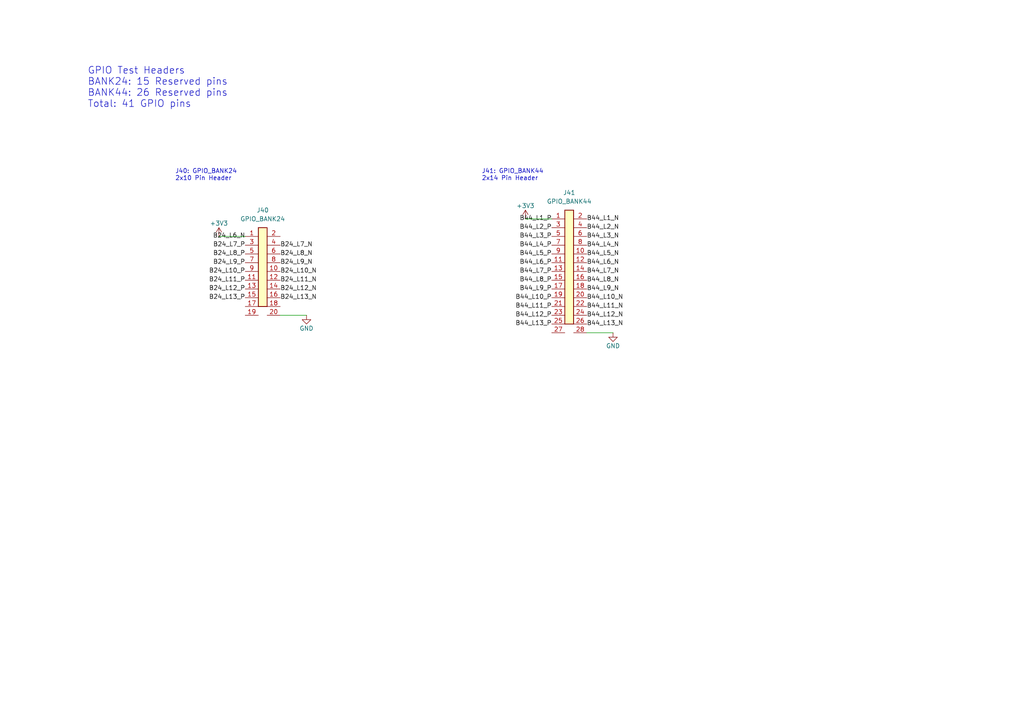
<source format=kicad_sch>
(kicad_sch (version 20250114) (generator "eeschema") (generator_version "9.0")
  (paper "A4")
  (title_block (title "GPIO Test Headers - BANK24/44") (company "fcBoard") (comment 1 "Reserved GPIO pins from J31 connector") (comment 2 "2.54mm pin headers for development/test"))
  (lib_symbols
    (symbol "Connector_Generic:Conn_02x10_Odd_Even" (pin_names (offset 1.016) (hide yes))
      (property "Reference" "J" (at 1.27 12.7 0))
      (property "Value" "Conn_02x10_Odd_Even" (at 1.27 -15.24 0))
      (symbol "Conn_02x10_Odd_Even_1_1"
        (rectangle (start -1.27 10.16) (end 1.27 -12.7) (stroke (width 0.254)) (fill (type background)))
        (pin passive line (at -5.08 7.62 0) (length 3.81) (name "Pin_1") (number "1"))
        (pin passive line (at -5.08 5.08 0) (length 3.81) (name "Pin_3") (number "3"))
        (pin passive line (at -5.08 2.54 0) (length 3.81) (name "Pin_5") (number "5"))
        (pin passive line (at -5.08 0 0) (length 3.81) (name "Pin_7") (number "7"))
        (pin passive line (at -5.08 -2.54 0) (length 3.81) (name "Pin_9") (number "9"))
        (pin passive line (at -5.08 -5.08 0) (length 3.81) (name "Pin_11") (number "11"))
        (pin passive line (at -5.08 -7.62 0) (length 3.81) (name "Pin_13") (number "13"))
        (pin passive line (at -5.08 -10.16 0) (length 3.81) (name "Pin_15") (number "15"))
        (pin passive line (at -5.08 -12.7 0) (length 3.81) (name "Pin_17") (number "17"))
        (pin passive line (at -5.08 -15.24 0) (length 3.81) (name "Pin_19") (number "19"))
        (pin passive line (at 5.08 7.62 180) (length 3.81) (name "Pin_2") (number "2"))
        (pin passive line (at 5.08 5.08 180) (length 3.81) (name "Pin_4") (number "4"))
        (pin passive line (at 5.08 2.54 180) (length 3.81) (name "Pin_6") (number "6"))
        (pin passive line (at 5.08 0 180) (length 3.81) (name "Pin_8") (number "8"))
        (pin passive line (at 5.08 -2.54 180) (length 3.81) (name "Pin_10") (number "10"))
        (pin passive line (at 5.08 -5.08 180) (length 3.81) (name "Pin_12") (number "12"))
        (pin passive line (at 5.08 -7.62 180) (length 3.81) (name "Pin_14") (number "14"))
        (pin passive line (at 5.08 -10.16 180) (length 3.81) (name "Pin_16") (number "16"))
        (pin passive line (at 5.08 -12.7 180) (length 3.81) (name "Pin_18") (number "18"))
        (pin passive line (at 5.08 -15.24 180) (length 3.81) (name "Pin_20") (number "20"))
      )
    )
    (symbol "Connector_Generic:Conn_02x14_Odd_Even" (pin_names (offset 1.016) (hide yes))
      (property "Reference" "J" (at 1.27 17.78 0))
      (property "Value" "Conn_02x14_Odd_Even" (at 1.27 -20.32 0))
      (symbol "Conn_02x14_Odd_Even_1_1"
        (rectangle (start -1.27 15.24) (end 1.27 -17.78) (stroke (width 0.254)) (fill (type background)))
        (pin passive line (at -5.08 12.7 0) (length 3.81) (name "Pin_1") (number "1"))
        (pin passive line (at -5.08 10.16 0) (length 3.81) (name "Pin_3") (number "3"))
        (pin passive line (at -5.08 7.62 0) (length 3.81) (name "Pin_5") (number "5"))
        (pin passive line (at -5.08 5.08 0) (length 3.81) (name "Pin_7") (number "7"))
        (pin passive line (at -5.08 2.54 0) (length 3.81) (name "Pin_9") (number "9"))
        (pin passive line (at -5.08 0 0) (length 3.81) (name "Pin_11") (number "11"))
        (pin passive line (at -5.08 -2.54 0) (length 3.81) (name "Pin_13") (number "13"))
        (pin passive line (at -5.08 -5.08 0) (length 3.81) (name "Pin_15") (number "15"))
        (pin passive line (at -5.08 -7.62 0) (length 3.81) (name "Pin_17") (number "17"))
        (pin passive line (at -5.08 -10.16 0) (length 3.81) (name "Pin_19") (number "19"))
        (pin passive line (at -5.08 -12.7 0) (length 3.81) (name "Pin_21") (number "21"))
        (pin passive line (at -5.08 -15.24 0) (length 3.81) (name "Pin_23") (number "23"))
        (pin passive line (at -5.08 -17.78 0) (length 3.81) (name "Pin_25") (number "25"))
        (pin passive line (at -5.08 -20.32 0) (length 3.81) (name "Pin_27") (number "27"))
        (pin passive line (at 5.08 12.7 180) (length 3.81) (name "Pin_2") (number "2"))
        (pin passive line (at 5.08 10.16 180) (length 3.81) (name "Pin_4") (number "4"))
        (pin passive line (at 5.08 7.62 180) (length 3.81) (name "Pin_6") (number "6"))
        (pin passive line (at 5.08 5.08 180) (length 3.81) (name "Pin_8") (number "8"))
        (pin passive line (at 5.08 2.54 180) (length 3.81) (name "Pin_10") (number "10"))
        (pin passive line (at 5.08 0 180) (length 3.81) (name "Pin_12") (number "12"))
        (pin passive line (at 5.08 -2.54 180) (length 3.81) (name "Pin_14") (number "14"))
        (pin passive line (at 5.08 -5.08 180) (length 3.81) (name "Pin_16") (number "16"))
        (pin passive line (at 5.08 -7.62 180) (length 3.81) (name "Pin_18") (number "18"))
        (pin passive line (at 5.08 -10.16 180) (length 3.81) (name "Pin_20") (number "20"))
        (pin passive line (at 5.08 -12.7 180) (length 3.81) (name "Pin_22") (number "22"))
        (pin passive line (at 5.08 -15.24 180) (length 3.81) (name "Pin_24") (number "24"))
        (pin passive line (at 5.08 -17.78 180) (length 3.81) (name "Pin_26") (number "26"))
        (pin passive line (at 5.08 -20.32 180) (length 3.81) (name "Pin_28") (number "28"))
      )
    )
    (symbol "power:+3V3" (power) (pin_numbers (hide yes)) (pin_names (offset 0) (hide yes))
      (property "Value" "+3V3" (at 0 3.556 0))
      (symbol "+3V3_0_1"
        (polyline (pts (xy -0.762 1.27) (xy 0 2.54)))
        (polyline (pts (xy 0 2.54) (xy 0.762 1.27)))
        (polyline (pts (xy 0 0) (xy 0 2.54)))
      )
      (symbol "+3V3_1_1"
        (pin power_in line (at 0 0 90) (length 0) (name "+3V3") (number "1"))
      )
    )
    (symbol "power:GND" (power) (pin_numbers (hide yes)) (pin_names (offset 0) (hide yes))
      (property "Value" "GND" (at 0 -3.81 0))
      (symbol "GND_0_1"
        (polyline (pts (xy 0 0) (xy 0 -1.27) (xy 1.27 -1.27) (xy 0 -2.54) (xy -1.27 -1.27) (xy 0 -1.27)))
      )
      (symbol "GND_1_1"
        (pin power_in line (at 0 0 270) (length 0) (name "GND") (number "1"))
      )
    )
  )
  (text "GPIO Test Headers\nBANK24: 15 Reserved pins\nBANK44: 26 Reserved pins\nTotal: 41 GPIO pins" (at 25.4 25.4 0) (effects (font (size 2 2)) (justify left)))
  (text "J40: GPIO_BANK24\n2x10 Pin Header" (at 50.8 50.8 0) (effects (font (size 1.27 1.27)) (justify left)))
  (text "J41: GPIO_BANK44\n2x14 Pin Header" (at 139.7 50.8 0) (effects (font (size 1.27 1.27)) (justify left)))
  (wire (pts (xy 63.5 68.58) (xy 71.12 68.58)))
  (wire (pts (xy 81.28 91.44) (xy 88.9 91.44)))
  (wire (pts (xy 152.4 63.5) (xy 160.02 63.5)))
  (wire (pts (xy 170.18 96.52) (xy 177.8 96.52)))
  (label "B24_L6_N" (at 71.12 68.58 180))
  (label "B24_L7_P" (at 71.12 71.12 180))
  (label "B24_L7_N" (at 81.28 71.12 0))
  (label "B24_L8_P" (at 71.12 73.66 180))
  (label "B24_L8_N" (at 81.28 73.66 0))
  (label "B24_L9_P" (at 71.12 76.2 180))
  (label "B24_L9_N" (at 81.28 76.2 0))
  (label "B24_L10_P" (at 71.12 78.74 180))
  (label "B24_L10_N" (at 81.28 78.74 0))
  (label "B24_L11_P" (at 71.12 81.28 180))
  (label "B24_L11_N" (at 81.28 81.28 0))
  (label "B24_L12_P" (at 71.12 83.82 180))
  (label "B24_L12_N" (at 81.28 83.82 0))
  (label "B24_L13_P" (at 71.12 86.36 180))
  (label "B24_L13_N" (at 81.28 86.36 0))
  (label "B44_L1_P" (at 160.02 63.5 180))
  (label "B44_L1_N" (at 170.18 63.5 0))
  (label "B44_L2_P" (at 160.02 66.04 180))
  (label "B44_L2_N" (at 170.18 66.04 0))
  (label "B44_L3_P" (at 160.02 68.58 180))
  (label "B44_L3_N" (at 170.18 68.58 0))
  (label "B44_L4_P" (at 160.02 71.12 180))
  (label "B44_L4_N" (at 170.18 71.12 0))
  (label "B44_L5_P" (at 160.02 73.66 180))
  (label "B44_L5_N" (at 170.18 73.66 0))
  (label "B44_L6_P" (at 160.02 76.2 180))
  (label "B44_L6_N" (at 170.18 76.2 0))
  (label "B44_L7_P" (at 160.02 78.74 180))
  (label "B44_L7_N" (at 170.18 78.74 0))
  (label "B44_L8_P" (at 160.02 81.28 180))
  (label "B44_L8_N" (at 170.18 81.28 0))
  (label "B44_L9_P" (at 160.02 83.82 180))
  (label "B44_L9_N" (at 170.18 83.82 0))
  (label "B44_L10_P" (at 160.02 86.36 180))
  (label "B44_L10_N" (at 170.18 86.36 0))
  (label "B44_L11_P" (at 160.02 88.9 180))
  (label "B44_L11_N" (at 170.18 88.9 0))
  (label "B44_L12_P" (at 160.02 91.44 180))
  (label "B44_L12_N" (at 170.18 91.44 0))
  (label "B44_L13_P" (at 160.02 93.98 180))
  (label "B44_L13_N" (at 170.18 93.98 0))
  (symbol (lib_id "Connector_Generic:Conn_02x10_Odd_Even") (at 76.2 76.2 0) (unit 1)
    (property "Reference" "J40" (at 76.2 60.96 0))
    (property "Value" "GPIO_BANK24" (at 76.2 63.5 0))
    (property "Footprint" "Connector_PinHeader_2.54mm:PinHeader_2x10_P2.54mm_Vertical" (effects (hide yes)))
    (property "Description" "BANK24 GPIO Test Header" (effects (hide yes)))
  )
  (symbol (lib_id "Connector_Generic:Conn_02x14_Odd_Even") (at 165.1 76.2 0) (unit 1)
    (property "Reference" "J41" (at 165.1 55.88 0))
    (property "Value" "GPIO_BANK44" (at 165.1 58.42 0))
    (property "Footprint" "Connector_PinHeader_2.54mm:PinHeader_2x14_P2.54mm_Vertical" (effects (hide yes)))
    (property "Description" "BANK44 GPIO Test Header" (effects (hide yes)))
  )
  (symbol (lib_id "power:+3V3") (at 63.5 68.58 0) (unit 1)
    (property "Reference" "#PWR01" (effects (hide yes)))
    (property "Value" "+3V3" (at 63.5 64.77 0))
  )
  (symbol (lib_id "power:GND") (at 88.9 91.44 0) (unit 1)
    (property "Reference" "#PWR02" (effects (hide yes)))
    (property "Value" "GND" (at 88.9 95.25 0))
  )
  (symbol (lib_id "power:+3V3") (at 152.4 63.5 0) (unit 1)
    (property "Reference" "#PWR03" (effects (hide yes)))
    (property "Value" "+3V3" (at 152.4 59.69 0))
  )
  (symbol (lib_id "power:GND") (at 177.8 96.52 0) (unit 1)
    (property "Reference" "#PWR04" (effects (hide yes)))
    (property "Value" "GND" (at 177.8 100.33 0))
  )
)
</source>
